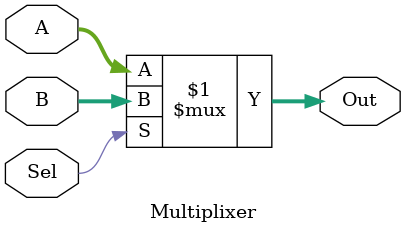
<source format=v>
module Multiplixer #(parameter width = 24) (A,B,Sel,Out);
input [width-1:0] A,B;
input Sel;
output [width-1:0] Out;
assign Out=(Sel) ? B : A;

endmodule

</source>
